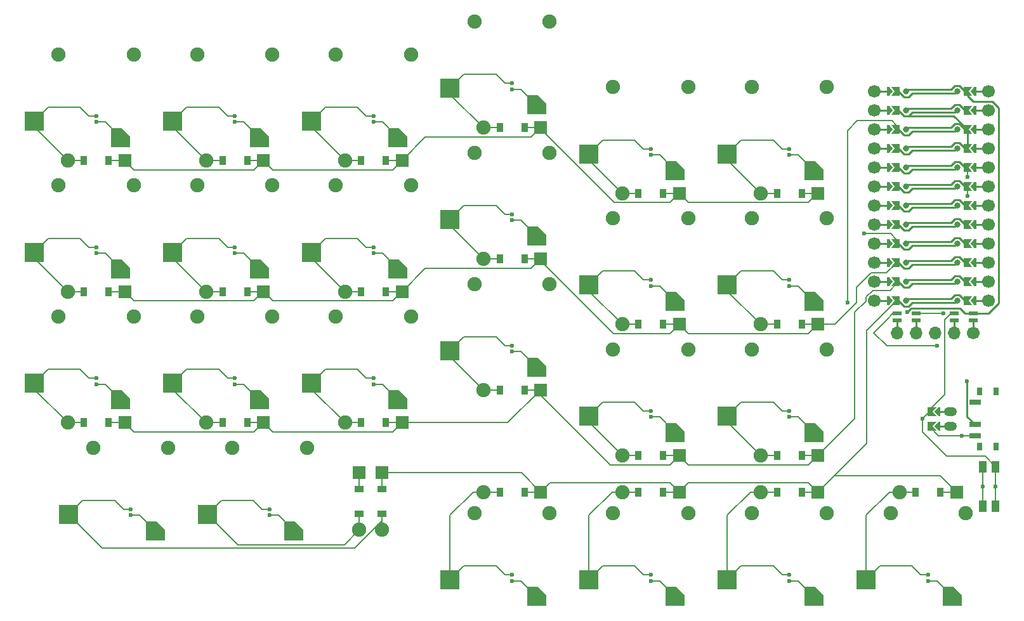
<source format=gbr>
%TF.GenerationSoftware,KiCad,Pcbnew,8.0.7*%
%TF.CreationDate,2025-01-06T08:36:51-06:00*%
%TF.ProjectId,omega_pcb_mbx_v0.3,6f6d6567-615f-4706-9362-5f6d62785f76,v1.0.0*%
%TF.SameCoordinates,Original*%
%TF.FileFunction,Copper,L2,Bot*%
%TF.FilePolarity,Positive*%
%FSLAX46Y46*%
G04 Gerber Fmt 4.6, Leading zero omitted, Abs format (unit mm)*
G04 Created by KiCad (PCBNEW 8.0.7) date 2025-01-06 08:36:51*
%MOMM*%
%LPD*%
G01*
G04 APERTURE LIST*
G04 Aperture macros list*
%AMOutline5P*
0 Free polygon, 5 corners , with rotation*
0 The origin of the aperture is its center*
0 number of corners: always 5*
0 $1 to $10 corner X, Y*
0 $11 Rotation angle, in degrees counterclockwise*
0 create outline with 5 corners*
4,1,5,$1,$2,$3,$4,$5,$6,$7,$8,$9,$10,$1,$2,$11*%
%AMOutline6P*
0 Free polygon, 6 corners , with rotation*
0 The origin of the aperture is its center*
0 number of corners: always 6*
0 $1 to $12 corner X, Y*
0 $13 Rotation angle, in degrees counterclockwise*
0 create outline with 6 corners*
4,1,6,$1,$2,$3,$4,$5,$6,$7,$8,$9,$10,$11,$12,$1,$2,$13*%
%AMOutline7P*
0 Free polygon, 7 corners , with rotation*
0 The origin of the aperture is its center*
0 number of corners: always 7*
0 $1 to $14 corner X, Y*
0 $15 Rotation angle, in degrees counterclockwise*
0 create outline with 7 corners*
4,1,7,$1,$2,$3,$4,$5,$6,$7,$8,$9,$10,$11,$12,$13,$14,$1,$2,$15*%
%AMOutline8P*
0 Free polygon, 8 corners , with rotation*
0 The origin of the aperture is its center*
0 number of corners: always 8*
0 $1 to $16 corner X, Y*
0 $17 Rotation angle, in degrees counterclockwise*
0 create outline with 8 corners*
4,1,8,$1,$2,$3,$4,$5,$6,$7,$8,$9,$10,$11,$12,$13,$14,$15,$16,$1,$2,$17*%
%AMFreePoly0*
4,1,6,0.250000,0.000000,-0.250000,-0.625000,-0.500000,-0.625000,-0.500000,0.625000,-0.250000,0.625000,0.250000,0.000000,0.250000,0.000000,$1*%
%AMFreePoly1*
4,1,6,0.500000,-0.625000,-0.650000,-0.625000,-0.150000,0.000000,-0.650000,0.625000,0.500000,0.625000,0.500000,-0.625000,0.500000,-0.625000,$1*%
%AMFreePoly2*
4,1,6,0.600000,-1.000000,0.000000,-0.400000,-0.600000,-1.000000,-0.600000,0.250000,0.600000,0.250000,0.600000,-1.000000,0.600000,-1.000000,$1*%
%AMFreePoly3*
4,1,6,0.600000,-0.200000,0.600000,-0.400000,-0.600000,-0.400000,-0.600000,-0.200000,0.000000,0.400000,0.600000,-0.200000,0.600000,-0.200000,$1*%
G04 Aperture macros list end*
%TA.AperFunction,ComponentPad*%
%ADD10R,1.778000X1.778000*%
%TD*%
%TA.AperFunction,SMDPad,CuDef*%
%ADD11R,0.900000X1.200000*%
%TD*%
%TA.AperFunction,ComponentPad*%
%ADD12C,1.905000*%
%TD*%
%TA.AperFunction,SMDPad,CuDef*%
%ADD13R,1.200000X0.900000*%
%TD*%
%TA.AperFunction,ComponentPad*%
%ADD14O,1.700000X1.700000*%
%TD*%
%TA.AperFunction,ComponentPad*%
%ADD15C,1.700000*%
%TD*%
%TA.AperFunction,SMDPad,CuDef*%
%ADD16R,1.200000X0.600000*%
%TD*%
%TA.AperFunction,ComponentPad*%
%ADD17C,1.900000*%
%TD*%
%TA.AperFunction,SMDPad,CuDef*%
%ADD18Outline5P,-1.300000X1.300000X1.300000X1.300000X1.300000X-1.300000X-0.117000X-1.300000X-1.300000X-0.117000X180.000000*%
%TD*%
%TA.AperFunction,SMDPad,CuDef*%
%ADD19R,2.600000X2.600000*%
%TD*%
%TA.AperFunction,SMDPad,CuDef*%
%ADD20R,1.000000X1.550000*%
%TD*%
%TA.AperFunction,SMDPad,CuDef*%
%ADD21FreePoly0,180.000000*%
%TD*%
%TA.AperFunction,SMDPad,CuDef*%
%ADD22FreePoly0,0.000000*%
%TD*%
%TA.AperFunction,SMDPad,CuDef*%
%ADD23FreePoly1,0.000000*%
%TD*%
%TA.AperFunction,ComponentPad*%
%ADD24C,0.800000*%
%TD*%
%TA.AperFunction,SMDPad,CuDef*%
%ADD25FreePoly1,180.000000*%
%TD*%
%TA.AperFunction,SMDPad,CuDef*%
%ADD26R,0.800000X1.000000*%
%TD*%
%TA.AperFunction,SMDPad,CuDef*%
%ADD27R,1.500000X0.700000*%
%TD*%
%TA.AperFunction,SMDPad,CuDef*%
%ADD28FreePoly2,90.000000*%
%TD*%
%TA.AperFunction,ComponentPad*%
%ADD29O,1.750000X1.200000*%
%TD*%
%TA.AperFunction,SMDPad,CuDef*%
%ADD30FreePoly3,90.000000*%
%TD*%
%TA.AperFunction,ViaPad*%
%ADD31C,0.600000*%
%TD*%
%TA.AperFunction,Conductor*%
%ADD32C,0.200000*%
%TD*%
%TA.AperFunction,Conductor*%
%ADD33C,0.250000*%
%TD*%
G04 APERTURE END LIST*
D10*
%TO.P,D4,1*%
%TO.N,P16*%
X62310000Y-89000000D03*
D11*
X60150000Y-89000000D03*
%TO.P,D4,2*%
%TO.N,pinky_bottom*%
X56850000Y-89000000D03*
D12*
X54690000Y-89000000D03*
%TD*%
D10*
%TO.P,D19,1*%
%TO.N,P10*%
X99310000Y-98250000D03*
D11*
X97150000Y-98250000D03*
%TO.P,D19,2*%
%TO.N,third_only*%
X93850000Y-98250000D03*
D12*
X91690000Y-98250000D03*
%TD*%
D10*
%TO.P,D18,1*%
%TO.N,P15*%
X136310000Y-58375000D03*
D11*
X134150000Y-58375000D03*
%TO.P,D18,2*%
%TO.N,inner_top*%
X130850000Y-58375000D03*
D12*
X128690000Y-58375000D03*
%TD*%
D10*
%TO.P,D10,1*%
%TO.N,P16*%
X99310000Y-84625000D03*
D11*
X97150000Y-84625000D03*
%TO.P,D10,2*%
%TO.N,middle_bottom*%
X93850000Y-84625000D03*
D12*
X91690000Y-84625000D03*
%TD*%
D10*
%TO.P,D8,1*%
%TO.N,P14*%
X80810000Y-71500000D03*
D11*
X78650000Y-71500000D03*
%TO.P,D8,2*%
%TO.N,ring_home*%
X75350000Y-71500000D03*
D12*
X73190000Y-71500000D03*
%TD*%
D10*
%TO.P,D21,1*%
%TO.N,P10*%
X136310000Y-98250000D03*
D11*
X134150000Y-98250000D03*
%TO.P,D21,2*%
%TO.N,fifth_only*%
X130850000Y-98250000D03*
D12*
X128690000Y-98250000D03*
%TD*%
D10*
%TO.P,D14,1*%
%TO.N,P14*%
X117810000Y-75875000D03*
D11*
X115650000Y-75875000D03*
%TO.P,D14,2*%
%TO.N,index_home*%
X112350000Y-75875000D03*
D12*
X110190000Y-75875000D03*
%TD*%
D10*
%TO.P,D15,1*%
%TO.N,P15*%
X117810000Y-58375000D03*
D11*
X115650000Y-58375000D03*
%TO.P,D15,2*%
%TO.N,index_top*%
X112350000Y-58375000D03*
D12*
X110190000Y-58375000D03*
%TD*%
D10*
%TO.P,D1,1*%
%TO.N,P16*%
X43810000Y-89000000D03*
D11*
X41650000Y-89000000D03*
%TO.P,D1,2*%
%TO.N,outer_bottom*%
X38350000Y-89000000D03*
D12*
X36190000Y-89000000D03*
%TD*%
D10*
%TO.P,D9,1*%
%TO.N,P15*%
X80810000Y-54000000D03*
D11*
X78650000Y-54000000D03*
%TO.P,D9,2*%
%TO.N,ring_top*%
X75350000Y-54000000D03*
D12*
X73190000Y-54000000D03*
%TD*%
D10*
%TO.P,D12,1*%
%TO.N,P15*%
X99310000Y-49625000D03*
D11*
X97150000Y-49625000D03*
%TO.P,D12,2*%
%TO.N,middle_top*%
X93850000Y-49625000D03*
D12*
X91690000Y-49625000D03*
%TD*%
D10*
%TO.P,D20,1*%
%TO.N,P10*%
X117810000Y-98250000D03*
D11*
X115650000Y-98250000D03*
%TO.P,D20,2*%
%TO.N,fourth_only*%
X112350000Y-98250000D03*
D12*
X110190000Y-98250000D03*
%TD*%
D10*
%TO.P,D16,1*%
%TO.N,P16*%
X136310000Y-93375000D03*
D11*
X134150000Y-93375000D03*
%TO.P,D16,2*%
%TO.N,inner_bottom*%
X130850000Y-93375000D03*
D12*
X128690000Y-93375000D03*
%TD*%
D10*
%TO.P,D5,1*%
%TO.N,P14*%
X62310000Y-71500000D03*
D11*
X60150000Y-71500000D03*
%TO.P,D5,2*%
%TO.N,pinky_home*%
X56850000Y-71500000D03*
D12*
X54690000Y-71500000D03*
%TD*%
D10*
%TO.P,D7,1*%
%TO.N,P16*%
X80810000Y-89000000D03*
D11*
X78650000Y-89000000D03*
%TO.P,D7,2*%
%TO.N,ring_bottom*%
X75350000Y-89000000D03*
D12*
X73190000Y-89000000D03*
%TD*%
D10*
%TO.P,D22,1*%
%TO.N,P10*%
X154810000Y-98250000D03*
D11*
X152650000Y-98250000D03*
%TO.P,D22,2*%
%TO.N,sixth_only*%
X149350000Y-98250000D03*
D12*
X147190000Y-98250000D03*
%TD*%
D10*
%TO.P,D24,1*%
%TO.N,P10*%
X75125000Y-95690000D03*
D13*
X75125000Y-97850000D03*
%TO.P,D24,2*%
%TO.N,second_only*%
X75125000Y-101150000D03*
D12*
X75125000Y-103310000D03*
%TD*%
D10*
%TO.P,D23,1*%
%TO.N,P10*%
X78125000Y-95690000D03*
D13*
X78125000Y-97850000D03*
%TO.P,D23,2*%
%TO.N,first_only*%
X78125000Y-101150000D03*
D12*
X78125000Y-103310000D03*
%TD*%
D10*
%TO.P,D3,1*%
%TO.N,P15*%
X43810000Y-54000000D03*
D11*
X41650000Y-54000000D03*
%TO.P,D3,2*%
%TO.N,outer_top*%
X38350000Y-54000000D03*
D12*
X36190000Y-54000000D03*
%TD*%
D10*
%TO.P,D17,1*%
%TO.N,P14*%
X136310000Y-75875000D03*
D11*
X134150000Y-75875000D03*
%TO.P,D17,2*%
%TO.N,inner_home*%
X130850000Y-75875000D03*
D12*
X128690000Y-75875000D03*
%TD*%
D14*
%TO.P,DISP1,1*%
%TO.N,DISP1_1*%
X146920000Y-77075000D03*
%TO.P,DISP1,2*%
%TO.N,DISP1_2*%
X149460000Y-77075000D03*
%TO.P,DISP1,3*%
%TO.N,VCC*%
X152000000Y-77075000D03*
%TO.P,DISP1,4*%
%TO.N,DISP1_4*%
X154540000Y-77075000D03*
D15*
%TO.P,DISP1,5*%
%TO.N,DISP1_5*%
X157080000Y-77075000D03*
D16*
%TO.P,DISP1,20*%
X157080000Y-75325000D03*
%TO.P,DISP1,21*%
%TO.N,DISP1_4*%
X154540000Y-75325000D03*
%TO.P,DISP1,22*%
%TO.N,DISP1_2*%
X149460000Y-75325000D03*
%TO.P,DISP1,23*%
%TO.N,DISP1_1*%
X146920000Y-75325000D03*
%TO.P,DISP1,24*%
%TO.N,P1*%
X157080000Y-74425000D03*
%TO.P,DISP1,25*%
%TO.N,GND*%
X154540000Y-74425000D03*
%TO.P,DISP1,26*%
%TO.N,P3*%
X149460000Y-74425000D03*
%TO.P,DISP1,27*%
%TO.N,P2*%
X146920000Y-74425000D03*
%TD*%
D10*
%TO.P,D6,1*%
%TO.N,P15*%
X62310000Y-54000000D03*
D11*
X60150000Y-54000000D03*
%TO.P,D6,2*%
%TO.N,pinky_top*%
X56850000Y-54000000D03*
D12*
X54690000Y-54000000D03*
%TD*%
D10*
%TO.P,D13,1*%
%TO.N,P16*%
X117810000Y-93375000D03*
D11*
X115650000Y-93375000D03*
%TO.P,D13,2*%
%TO.N,index_bottom*%
X112350000Y-93375000D03*
D12*
X110190000Y-93375000D03*
%TD*%
D10*
%TO.P,D2,1*%
%TO.N,P14*%
X43810000Y-71500000D03*
D11*
X41650000Y-71500000D03*
%TO.P,D2,2*%
%TO.N,outer_home*%
X38350000Y-71500000D03*
D12*
X36190000Y-71500000D03*
%TD*%
D10*
%TO.P,D11,1*%
%TO.N,P14*%
X99310000Y-67125000D03*
D11*
X97150000Y-67125000D03*
%TO.P,D11,2*%
%TO.N,middle_home*%
X93850000Y-67125000D03*
D12*
X91690000Y-67125000D03*
%TD*%
D17*
%TO.P,S7,*%
%TO.N,*%
X82000000Y-74850000D03*
X72000000Y-74850000D03*
D18*
%TO.P,S7,1*%
%TO.N,P7*%
X80275000Y-85950000D03*
D19*
%TO.P,S7,2*%
%TO.N,ring_bottom*%
X68725000Y-83750000D03*
%TD*%
D17*
%TO.P,S14,*%
%TO.N,*%
X119000000Y-61725000D03*
X109000000Y-61725000D03*
D18*
%TO.P,S14,1*%
%TO.N,P5*%
X117275000Y-72825000D03*
D19*
%TO.P,S14,2*%
%TO.N,index_home*%
X105725000Y-70625000D03*
%TD*%
D20*
%TO.P,RST1,1*%
%TO.N,GND*%
X160000000Y-94875000D03*
%TO.P,RST1,2*%
%TO.N,RST*%
X158300000Y-94875000D03*
%TO.P,RST1,3*%
%TO.N,GND*%
X160000000Y-100125000D03*
%TO.P,RST1,4*%
%TO.N,RST*%
X158300000Y-100125000D03*
%TD*%
D17*
%TO.P,S4,*%
%TO.N,*%
X63500000Y-74850000D03*
X53500000Y-74850000D03*
D18*
%TO.P,S4,1*%
%TO.N,P8*%
X61775000Y-85950000D03*
D19*
%TO.P,S4,2*%
%TO.N,pinky_bottom*%
X50225000Y-83750000D03*
%TD*%
D17*
%TO.P,S13,*%
%TO.N,*%
X119000000Y-79225000D03*
X109000000Y-79225000D03*
D18*
%TO.P,S13,1*%
%TO.N,P5*%
X117275000Y-90325000D03*
D19*
%TO.P,S13,2*%
%TO.N,index_bottom*%
X105725000Y-88125000D03*
%TD*%
D17*
%TO.P,S6,*%
%TO.N,*%
X63500000Y-39850000D03*
X53500000Y-39850000D03*
D18*
%TO.P,S6,1*%
%TO.N,P8*%
X61775000Y-50950000D03*
D19*
%TO.P,S6,2*%
%TO.N,pinky_top*%
X50225000Y-48750000D03*
%TD*%
D21*
%TO.P,MCU1,1*%
%TO.N,MCU1_1*%
X157000000Y-44775000D03*
D15*
X159120000Y-44775000D03*
D21*
%TO.P,MCU1,2*%
%TO.N,MCU1_2*%
X157000000Y-47315000D03*
D15*
X159120000Y-47315000D03*
D21*
%TO.P,MCU1,3*%
%TO.N,MCU1_3*%
X157000000Y-49855000D03*
D15*
X159120000Y-49855000D03*
D21*
%TO.P,MCU1,4*%
%TO.N,MCU1_4*%
X157000000Y-52395000D03*
D15*
X159120000Y-52395000D03*
D21*
%TO.P,MCU1,5*%
%TO.N,MCU1_5*%
X157000000Y-54935000D03*
D15*
X159120000Y-54935000D03*
D21*
%TO.P,MCU1,6*%
%TO.N,MCU1_6*%
X157000000Y-57475000D03*
D15*
X159120000Y-57475000D03*
D21*
%TO.P,MCU1,7*%
%TO.N,MCU1_7*%
X157000000Y-60015000D03*
D15*
X159120000Y-60015000D03*
D21*
%TO.P,MCU1,8*%
%TO.N,MCU1_8*%
X157000000Y-62555000D03*
D15*
X159120000Y-62555000D03*
D21*
%TO.P,MCU1,9*%
%TO.N,MCU1_9*%
X157000000Y-65095000D03*
D15*
X159120000Y-65095000D03*
D21*
%TO.P,MCU1,10*%
%TO.N,MCU1_10*%
X157000000Y-67635000D03*
D15*
X159120000Y-67635000D03*
D21*
%TO.P,MCU1,11*%
%TO.N,MCU1_11*%
X157000000Y-70175000D03*
D15*
X159120000Y-70175000D03*
D21*
%TO.P,MCU1,12*%
%TO.N,MCU1_12*%
X157000000Y-72715000D03*
D15*
X159120000Y-72715000D03*
%TO.P,MCU1,13*%
%TO.N,MCU1_13*%
X143880000Y-72715000D03*
D22*
X146000000Y-72715000D03*
D15*
%TO.P,MCU1,14*%
%TO.N,MCU1_14*%
X143880000Y-70175000D03*
D22*
X146000000Y-70175000D03*
D15*
%TO.P,MCU1,15*%
%TO.N,MCU1_15*%
X143880000Y-67635000D03*
D22*
X146000000Y-67635000D03*
D15*
%TO.P,MCU1,16*%
%TO.N,MCU1_16*%
X143880000Y-65095000D03*
D22*
X146000000Y-65095000D03*
D15*
%TO.P,MCU1,17*%
%TO.N,MCU1_17*%
X143880000Y-62555000D03*
D22*
X146000000Y-62555000D03*
D15*
%TO.P,MCU1,18*%
%TO.N,MCU1_18*%
X143880000Y-60015000D03*
D22*
X146000000Y-60015000D03*
D15*
%TO.P,MCU1,19*%
%TO.N,MCU1_19*%
X143880000Y-57475000D03*
D22*
X146000000Y-57475000D03*
D15*
%TO.P,MCU1,20*%
%TO.N,MCU1_20*%
X143880000Y-54935000D03*
D22*
X146000000Y-54935000D03*
D15*
%TO.P,MCU1,21*%
%TO.N,MCU1_21*%
X143880000Y-52395000D03*
D22*
X146000000Y-52395000D03*
D15*
%TO.P,MCU1,22*%
%TO.N,MCU1_22*%
X143880000Y-49855000D03*
D22*
X146000000Y-49855000D03*
D15*
%TO.P,MCU1,23*%
%TO.N,MCU1_23*%
X143880000Y-47315000D03*
D22*
X146000000Y-47315000D03*
D15*
%TO.P,MCU1,24*%
%TO.N,MCU1_24*%
X143880000Y-44775000D03*
D22*
X146000000Y-44775000D03*
D23*
%TO.P,MCU1,101*%
%TO.N,RAW*%
X146725000Y-44775000D03*
D24*
X154900000Y-44775000D03*
D23*
%TO.P,MCU1,102*%
%TO.N,GND*%
X146725000Y-47315000D03*
D24*
X154900000Y-47315000D03*
D23*
%TO.P,MCU1,103*%
%TO.N,RST*%
X146725000Y-49855000D03*
D24*
X154900000Y-49855000D03*
D23*
%TO.P,MCU1,104*%
%TO.N,VCC*%
X146725000Y-52395000D03*
D24*
X154900000Y-52395000D03*
D23*
%TO.P,MCU1,105*%
%TO.N,P21*%
X146725000Y-54935000D03*
D24*
X154900000Y-54935000D03*
D23*
%TO.P,MCU1,106*%
%TO.N,P20*%
X146725000Y-57475000D03*
D24*
X154900000Y-57475000D03*
D23*
%TO.P,MCU1,107*%
%TO.N,P19*%
X146725000Y-60015000D03*
D24*
X154900000Y-60015000D03*
D23*
%TO.P,MCU1,108*%
%TO.N,P18*%
X146725000Y-62555000D03*
D24*
X154900000Y-62555000D03*
D23*
%TO.P,MCU1,109*%
%TO.N,P15*%
X146725000Y-65095000D03*
D24*
X154900000Y-65095000D03*
D23*
%TO.P,MCU1,110*%
%TO.N,P14*%
X146725000Y-67635000D03*
D24*
X154900000Y-67635000D03*
D23*
%TO.P,MCU1,111*%
%TO.N,P16*%
X146725000Y-70175000D03*
D24*
X154900000Y-70175000D03*
D23*
%TO.P,MCU1,112*%
%TO.N,P10*%
X146725000Y-72715000D03*
D24*
X154900000Y-72715000D03*
%TO.P,MCU1,113*%
%TO.N,P9*%
X148100000Y-72715000D03*
D25*
X156275000Y-72715000D03*
D24*
%TO.P,MCU1,114*%
%TO.N,P8*%
X148100000Y-70175000D03*
D25*
X156275000Y-70175000D03*
D24*
%TO.P,MCU1,115*%
%TO.N,P7*%
X148100000Y-67635000D03*
D25*
X156275000Y-67635000D03*
D24*
%TO.P,MCU1,116*%
%TO.N,P6*%
X148100000Y-65095000D03*
D25*
X156275000Y-65095000D03*
D24*
%TO.P,MCU1,117*%
%TO.N,P5*%
X148100000Y-62555000D03*
D25*
X156275000Y-62555000D03*
D24*
%TO.P,MCU1,118*%
%TO.N,P4*%
X148100000Y-60015000D03*
D25*
X156275000Y-60015000D03*
D24*
%TO.P,MCU1,119*%
%TO.N,P3*%
X148100000Y-57475000D03*
D25*
X156275000Y-57475000D03*
D24*
%TO.P,MCU1,120*%
%TO.N,P2*%
X148100000Y-54935000D03*
D25*
X156275000Y-54935000D03*
D24*
%TO.P,MCU1,121*%
%TO.N,GND*%
X148100000Y-52395000D03*
D25*
X156275000Y-52395000D03*
D24*
%TO.P,MCU1,122*%
X148100000Y-49855000D03*
D25*
X156275000Y-49855000D03*
D24*
%TO.P,MCU1,123*%
%TO.N,P0*%
X148100000Y-47315000D03*
D25*
X156275000Y-47315000D03*
D24*
%TO.P,MCU1,124*%
%TO.N,P1*%
X148100000Y-44775000D03*
D25*
X156275000Y-44775000D03*
%TD*%
D17*
%TO.P,S21,*%
%TO.N,*%
X100500000Y-101100000D03*
X90500000Y-101100000D03*
D18*
%TO.P,S21,1*%
%TO.N,P7*%
X98775000Y-112200000D03*
D19*
%TO.P,S21,2*%
%TO.N,third_only*%
X87225000Y-110000000D03*
%TD*%
D17*
%TO.P,S8,*%
%TO.N,*%
X82000000Y-57350000D03*
X72000000Y-57350000D03*
D18*
%TO.P,S8,1*%
%TO.N,P7*%
X80275000Y-68450000D03*
D19*
%TO.P,S8,2*%
%TO.N,ring_home*%
X68725000Y-66250000D03*
%TD*%
D17*
%TO.P,S16,*%
%TO.N,*%
X137500000Y-79225000D03*
X127500000Y-79225000D03*
D18*
%TO.P,S16,1*%
%TO.N,P4*%
X135775000Y-90325000D03*
D19*
%TO.P,S16,2*%
%TO.N,inner_bottom*%
X124225000Y-88125000D03*
%TD*%
D17*
%TO.P,S9,*%
%TO.N,*%
X82000000Y-39850000D03*
X72000000Y-39850000D03*
D18*
%TO.P,S9,1*%
%TO.N,P7*%
X80275000Y-50950000D03*
D19*
%TO.P,S9,2*%
%TO.N,ring_top*%
X68725000Y-48750000D03*
%TD*%
D17*
%TO.P,S18,*%
%TO.N,*%
X137500000Y-44225000D03*
X127500000Y-44225000D03*
D18*
%TO.P,S18,1*%
%TO.N,P4*%
X135775000Y-55325000D03*
D19*
%TO.P,S18,2*%
%TO.N,inner_top*%
X124225000Y-53125000D03*
%TD*%
D17*
%TO.P,S20,*%
%TO.N,*%
X68125000Y-92350000D03*
X58125000Y-92350000D03*
D18*
%TO.P,S20,1*%
%TO.N,P8*%
X66400000Y-103450000D03*
D19*
%TO.P,S20,2*%
%TO.N,second_only*%
X54850000Y-101250000D03*
%TD*%
D17*
%TO.P,S11,*%
%TO.N,*%
X100500000Y-52975000D03*
X90500000Y-52975000D03*
D18*
%TO.P,S11,1*%
%TO.N,P6*%
X98775000Y-64075000D03*
D19*
%TO.P,S11,2*%
%TO.N,middle_home*%
X87225000Y-61875000D03*
%TD*%
D17*
%TO.P,S3,*%
%TO.N,*%
X45000000Y-39850000D03*
X35000000Y-39850000D03*
D18*
%TO.P,S3,1*%
%TO.N,P9*%
X43275000Y-50950000D03*
D19*
%TO.P,S3,2*%
%TO.N,outer_top*%
X31725000Y-48750000D03*
%TD*%
D17*
%TO.P,S15,*%
%TO.N,*%
X119000000Y-44225000D03*
X109000000Y-44225000D03*
D18*
%TO.P,S15,1*%
%TO.N,P5*%
X117275000Y-55325000D03*
D19*
%TO.P,S15,2*%
%TO.N,index_top*%
X105725000Y-53125000D03*
%TD*%
D17*
%TO.P,S1,*%
%TO.N,*%
X45000000Y-74850000D03*
X35000000Y-74850000D03*
D18*
%TO.P,S1,1*%
%TO.N,P9*%
X43275000Y-85950000D03*
D19*
%TO.P,S1,2*%
%TO.N,outer_bottom*%
X31725000Y-83750000D03*
%TD*%
D17*
%TO.P,S2,*%
%TO.N,*%
X45000000Y-57350000D03*
X35000000Y-57350000D03*
D18*
%TO.P,S2,1*%
%TO.N,P9*%
X43275000Y-68450000D03*
D19*
%TO.P,S2,2*%
%TO.N,outer_home*%
X31725000Y-66250000D03*
%TD*%
D17*
%TO.P,S24,*%
%TO.N,*%
X156000000Y-101100000D03*
X146000000Y-101100000D03*
D18*
%TO.P,S24,1*%
%TO.N,P4*%
X154275000Y-112200000D03*
D19*
%TO.P,S24,2*%
%TO.N,sixth_only*%
X142725000Y-110000000D03*
%TD*%
D17*
%TO.P,S10,*%
%TO.N,*%
X100500000Y-70475000D03*
X90500000Y-70475000D03*
D18*
%TO.P,S10,1*%
%TO.N,P6*%
X98775000Y-81575000D03*
D19*
%TO.P,S10,2*%
%TO.N,middle_bottom*%
X87225000Y-79375000D03*
%TD*%
D17*
%TO.P,S19,*%
%TO.N,*%
X49625000Y-92350000D03*
X39625000Y-92350000D03*
D18*
%TO.P,S19,1*%
%TO.N,P9*%
X47900000Y-103450000D03*
D19*
%TO.P,S19,2*%
%TO.N,first_only*%
X36350000Y-101250000D03*
%TD*%
D17*
%TO.P,S17,*%
%TO.N,*%
X137500000Y-61725000D03*
X127500000Y-61725000D03*
D18*
%TO.P,S17,1*%
%TO.N,P4*%
X135775000Y-72825000D03*
D19*
%TO.P,S17,2*%
%TO.N,inner_home*%
X124225000Y-70625000D03*
%TD*%
D26*
%TO.P,PWR1,*%
%TO.N,*%
X157915000Y-84850000D03*
X157915000Y-92150000D03*
X160125000Y-84850000D03*
X160125000Y-92150000D03*
D27*
%TO.P,PWR1,1*%
%TO.N,N/C*%
X157265000Y-86250000D03*
%TO.P,PWR1,2*%
%TO.N,RAW*%
X157265000Y-89250000D03*
%TO.P,PWR1,3*%
%TO.N,BAT_P*%
X157265000Y-90750000D03*
%TD*%
D17*
%TO.P,S23,*%
%TO.N,*%
X137500000Y-101100000D03*
X127500000Y-101100000D03*
D18*
%TO.P,S23,1*%
%TO.N,P5*%
X135775000Y-112200000D03*
D19*
%TO.P,S23,2*%
%TO.N,fifth_only*%
X124225000Y-110000000D03*
%TD*%
D17*
%TO.P,S22,*%
%TO.N,*%
X119000000Y-101100000D03*
X109000000Y-101100000D03*
D18*
%TO.P,S22,1*%
%TO.N,P6*%
X117275000Y-112200000D03*
D19*
%TO.P,S22,2*%
%TO.N,fourth_only*%
X105725000Y-110000000D03*
%TD*%
D28*
%TO.P,JST1,1*%
%TO.N,BAT_P*%
X151184000Y-89500000D03*
%TO.P,JST1,2*%
%TO.N,GND*%
X151184000Y-87500000D03*
D29*
%TO.P,JST1,11*%
%TO.N,JST1_1*%
X154000000Y-87500000D03*
%TO.P,JST1,12*%
%TO.N,JST1_2*%
X154000000Y-89500000D03*
D30*
%TO.P,JST1,31*%
%TO.N,JST1_1*%
X152200000Y-87500000D03*
%TO.P,JST1,32*%
%TO.N,JST1_2*%
X152200000Y-89500000D03*
%TD*%
D17*
%TO.P,S12,*%
%TO.N,*%
X100500000Y-35475000D03*
X90500000Y-35475000D03*
D18*
%TO.P,S12,1*%
%TO.N,P6*%
X98775000Y-46575000D03*
D19*
%TO.P,S12,2*%
%TO.N,middle_top*%
X87225000Y-44375000D03*
%TD*%
D17*
%TO.P,S5,*%
%TO.N,*%
X63500000Y-57350000D03*
X53500000Y-57350000D03*
D18*
%TO.P,S5,1*%
%TO.N,P8*%
X61775000Y-68450000D03*
D19*
%TO.P,S5,2*%
%TO.N,pinky_home*%
X50225000Y-66250000D03*
%TD*%
D31*
%TO.N,P15*%
X142500000Y-63750000D03*
%TO.N,P9*%
X40000000Y-66375000D03*
X40000000Y-48875000D03*
X40000000Y-83875000D03*
X44625000Y-101375000D03*
%TO.N,outer_bottom*%
X40000000Y-83075000D03*
%TO.N,GND*%
X150250000Y-88500000D03*
X160000000Y-97500000D03*
%TO.N,outer_home*%
X40000000Y-65575000D03*
%TO.N,outer_top*%
X40000000Y-48075000D03*
%TO.N,P8*%
X63125000Y-101375000D03*
X58500000Y-48875000D03*
X58500000Y-66375000D03*
X58500000Y-83875000D03*
%TO.N,pinky_bottom*%
X58500000Y-83075000D03*
%TO.N,pinky_home*%
X58500000Y-65575000D03*
%TO.N,pinky_top*%
X58500000Y-48075000D03*
%TO.N,P7*%
X77000000Y-66375000D03*
X95500000Y-110125000D03*
X77000000Y-83875000D03*
X77000000Y-48875000D03*
%TO.N,ring_bottom*%
X77000000Y-83075000D03*
%TO.N,ring_home*%
X77000000Y-65575000D03*
%TO.N,ring_top*%
X77000000Y-48075000D03*
%TO.N,P6*%
X114000000Y-110125000D03*
X95500000Y-62000000D03*
X95500000Y-79500000D03*
X95500000Y-44500000D03*
%TO.N,middle_bottom*%
X95500000Y-78700000D03*
%TO.N,middle_home*%
X95500000Y-61200000D03*
%TO.N,middle_top*%
X95500000Y-43700000D03*
%TO.N,P5*%
X114000000Y-53250000D03*
X114000000Y-88250000D03*
X114000000Y-70750000D03*
X132500000Y-110125000D03*
%TO.N,index_bottom*%
X114000000Y-87450000D03*
%TO.N,index_home*%
X114000000Y-69950000D03*
%TO.N,index_top*%
X114000000Y-52450000D03*
%TO.N,P4*%
X132500000Y-53250000D03*
X132500000Y-88250000D03*
X151000000Y-110125000D03*
X132500000Y-70750000D03*
%TO.N,inner_bottom*%
X132500000Y-87450000D03*
%TO.N,inner_home*%
X132500000Y-69950000D03*
%TO.N,inner_top*%
X132500000Y-52450000D03*
%TO.N,first_only*%
X44625000Y-100575000D03*
%TO.N,second_only*%
X63125000Y-100575000D03*
%TO.N,third_only*%
X95500000Y-109325000D03*
%TO.N,fourth_only*%
X114000000Y-109325000D03*
%TO.N,fifth_only*%
X132500000Y-109325000D03*
%TO.N,sixth_only*%
X151000000Y-109325000D03*
%TO.N,RAW*%
X156190000Y-83500000D03*
%TO.N,RST*%
X158300000Y-97500000D03*
X140250000Y-73000000D03*
%TO.N,P1*%
X148250000Y-74250000D03*
%TO.N,P2*%
X152250000Y-78750000D03*
X156250000Y-56250000D03*
%TO.N,P3*%
X153100000Y-74425000D03*
X156250000Y-58750000D03*
%TO.N,BAT_P*%
X155500000Y-90750000D03*
%TD*%
D32*
%TO.N,P15*%
X142500000Y-63750000D02*
X146010000Y-63750000D01*
X146010000Y-63750000D02*
X146725000Y-64465000D01*
X146725000Y-64465000D02*
X146725000Y-65095000D01*
%TO.N,RST*%
X146725000Y-49855000D02*
X146725000Y-49225000D01*
X146205000Y-48705000D02*
X141545000Y-48705000D01*
X146725000Y-49225000D02*
X146205000Y-48705000D01*
X141545000Y-48705000D02*
X140250000Y-50000000D01*
X140250000Y-50000000D02*
X140250000Y-73000000D01*
%TO.N,P9*%
X43275000Y-68450000D02*
X41200000Y-66375000D01*
X41200000Y-83875000D02*
X40000000Y-83875000D01*
X41200000Y-66375000D02*
X40000000Y-66375000D01*
D33*
X154094695Y-72495000D02*
X148320000Y-72495000D01*
D32*
X43275000Y-50950000D02*
X41200000Y-48875000D01*
X43275000Y-85950000D02*
X41200000Y-83875000D01*
D33*
X156275000Y-72715000D02*
X155925305Y-72715000D01*
X154599695Y-71990000D02*
X154094695Y-72495000D01*
D32*
X41200000Y-48875000D02*
X40000000Y-48875000D01*
X45825000Y-101375000D02*
X44625000Y-101375000D01*
D33*
X155925305Y-72715000D02*
X155200305Y-71990000D01*
D32*
X47900000Y-103450000D02*
X45825000Y-101375000D01*
D33*
X155200305Y-71990000D02*
X154599695Y-71990000D01*
D32*
%TO.N,outer_bottom*%
X31725000Y-83750000D02*
X31725000Y-84535000D01*
X31725000Y-84535000D02*
X36190000Y-89000000D01*
X36190000Y-89000000D02*
X38350000Y-89000000D01*
X39038834Y-83075000D02*
X40000000Y-83075000D01*
X33579000Y-81896000D02*
X37859834Y-81896000D01*
X37859834Y-81896000D02*
X39038834Y-83075000D01*
X31725000Y-83750000D02*
X33579000Y-81896000D01*
D33*
%TO.N,GND*%
X155925305Y-49855000D02*
X155200305Y-49130000D01*
X154599695Y-49130000D02*
X154094695Y-49635000D01*
X147074695Y-47315000D02*
X147799695Y-48040000D01*
X155925305Y-52395000D02*
X155200305Y-51670000D01*
D32*
X150250000Y-88500000D02*
X150250000Y-88434000D01*
X150250000Y-88500000D02*
X150250000Y-90250000D01*
X150250000Y-90250000D02*
X153500000Y-93500000D01*
D33*
X156275000Y-49855000D02*
X154460000Y-48040000D01*
D32*
X154075000Y-74425000D02*
X153250000Y-75250000D01*
X160000000Y-100125000D02*
X160000000Y-94875000D01*
X153500000Y-93500000D02*
X158625000Y-93500000D01*
D33*
X155200305Y-49130000D02*
X154599695Y-49130000D01*
X156275000Y-52395000D02*
X155925305Y-52395000D01*
D32*
X158625000Y-93500000D02*
X160000000Y-94875000D01*
X150250000Y-88434000D02*
X151184000Y-87500000D01*
D33*
X154094695Y-49635000D02*
X148320000Y-49635000D01*
X147799695Y-48040000D02*
X148400305Y-48040000D01*
X146725000Y-47315000D02*
X147074695Y-47315000D01*
X154094695Y-52175000D02*
X148320000Y-52175000D01*
X156275000Y-49855000D02*
X156275000Y-52395000D01*
X156275000Y-49855000D02*
X155925305Y-49855000D01*
D32*
X153250000Y-85250000D02*
X151184000Y-87316000D01*
X154540000Y-74425000D02*
X154075000Y-74425000D01*
X153250000Y-75250000D02*
X153250000Y-85250000D01*
D33*
X154460000Y-48040000D02*
X148400305Y-48040000D01*
X154599695Y-51670000D02*
X154094695Y-52175000D01*
X148895305Y-47545000D02*
X154670000Y-47545000D01*
X155200305Y-51670000D02*
X154599695Y-51670000D01*
X148400305Y-48040000D02*
X148895305Y-47545000D01*
D32*
X151184000Y-87316000D02*
X151184000Y-87500000D01*
%TO.N,outer_home*%
X33579000Y-64396000D02*
X37859834Y-64396000D01*
X31725000Y-66250000D02*
X31725000Y-67035000D01*
X31725000Y-67035000D02*
X36190000Y-71500000D01*
X31725000Y-66250000D02*
X33579000Y-64396000D01*
X37859834Y-64396000D02*
X39038834Y-65575000D01*
X39038834Y-65575000D02*
X40000000Y-65575000D01*
X36190000Y-71500000D02*
X38350000Y-71500000D01*
%TO.N,outer_top*%
X33579000Y-46896000D02*
X37859834Y-46896000D01*
X39038834Y-48075000D02*
X40000000Y-48075000D01*
X37859834Y-46896000D02*
X39038834Y-48075000D01*
X31725000Y-48750000D02*
X33579000Y-46896000D01*
X31725000Y-48750000D02*
X31725000Y-49535000D01*
X31725000Y-49535000D02*
X36190000Y-54000000D01*
X36190000Y-54000000D02*
X38350000Y-54000000D01*
%TO.N,P8*%
X61775000Y-85950000D02*
X59700000Y-83875000D01*
X61775000Y-50950000D02*
X59700000Y-48875000D01*
D33*
X155200305Y-69450000D02*
X154599695Y-69450000D01*
D32*
X59700000Y-66375000D02*
X58500000Y-66375000D01*
D33*
X154094695Y-69955000D02*
X148320000Y-69955000D01*
D32*
X61775000Y-68450000D02*
X59700000Y-66375000D01*
X59700000Y-48875000D02*
X58500000Y-48875000D01*
D33*
X154599695Y-69450000D02*
X154094695Y-69955000D01*
D32*
X59700000Y-83875000D02*
X58500000Y-83875000D01*
D33*
X155925305Y-70175000D02*
X155200305Y-69450000D01*
D32*
X64325000Y-101375000D02*
X63125000Y-101375000D01*
X66400000Y-103450000D02*
X64325000Y-101375000D01*
D33*
X156275000Y-70175000D02*
X155925305Y-70175000D01*
D32*
%TO.N,pinky_bottom*%
X56359834Y-81896000D02*
X57538834Y-83075000D01*
X57538834Y-83075000D02*
X58500000Y-83075000D01*
X50225000Y-83750000D02*
X52079000Y-81896000D01*
X52079000Y-81896000D02*
X56359834Y-81896000D01*
X50225000Y-83750000D02*
X50225000Y-84535000D01*
X54690000Y-89000000D02*
X56850000Y-89000000D01*
X50225000Y-84535000D02*
X54690000Y-89000000D01*
%TO.N,pinky_home*%
X50225000Y-66250000D02*
X52079000Y-64396000D01*
X56359834Y-64396000D02*
X57538834Y-65575000D01*
X50225000Y-66250000D02*
X50225000Y-67035000D01*
X54690000Y-71500000D02*
X56850000Y-71500000D01*
X52079000Y-64396000D02*
X56359834Y-64396000D01*
X57538834Y-65575000D02*
X58500000Y-65575000D01*
X50225000Y-67035000D02*
X54690000Y-71500000D01*
%TO.N,pinky_top*%
X50225000Y-49535000D02*
X54690000Y-54000000D01*
X56359834Y-46896000D02*
X57538834Y-48075000D01*
X50225000Y-48750000D02*
X52079000Y-46896000D01*
X50225000Y-48750000D02*
X50225000Y-49535000D01*
X54690000Y-54000000D02*
X56850000Y-54000000D01*
X57538834Y-48075000D02*
X58500000Y-48075000D01*
X52079000Y-46896000D02*
X56359834Y-46896000D01*
%TO.N,P7*%
X98775000Y-112200000D02*
X96700000Y-110125000D01*
X80275000Y-68450000D02*
X78200000Y-66375000D01*
D33*
X154094695Y-67415000D02*
X148320000Y-67415000D01*
D32*
X80275000Y-50950000D02*
X78200000Y-48875000D01*
X80275000Y-85950000D02*
X78200000Y-83875000D01*
X78200000Y-66375000D02*
X77000000Y-66375000D01*
D33*
X155925305Y-67635000D02*
X155200305Y-66910000D01*
X155200305Y-66910000D02*
X154599695Y-66910000D01*
D32*
X78200000Y-83875000D02*
X77000000Y-83875000D01*
X96700000Y-110125000D02*
X95500000Y-110125000D01*
X78200000Y-48875000D02*
X77000000Y-48875000D01*
D33*
X156275000Y-67635000D02*
X155925305Y-67635000D01*
X154599695Y-66910000D02*
X154094695Y-67415000D01*
D32*
%TO.N,ring_bottom*%
X68725000Y-84535000D02*
X73190000Y-89000000D01*
X76038834Y-83075000D02*
X77000000Y-83075000D01*
X68725000Y-83750000D02*
X68725000Y-84535000D01*
X70579000Y-81896000D02*
X74859834Y-81896000D01*
X74859834Y-81896000D02*
X76038834Y-83075000D01*
X68725000Y-83750000D02*
X70579000Y-81896000D01*
X73190000Y-89000000D02*
X75350000Y-89000000D01*
%TO.N,ring_home*%
X76038834Y-65575000D02*
X77000000Y-65575000D01*
X73190000Y-71500000D02*
X75350000Y-71500000D01*
X74859834Y-64396000D02*
X76038834Y-65575000D01*
X68725000Y-66250000D02*
X68725000Y-67035000D01*
X70579000Y-64396000D02*
X74859834Y-64396000D01*
X68725000Y-67035000D02*
X73190000Y-71500000D01*
X68725000Y-66250000D02*
X70579000Y-64396000D01*
%TO.N,ring_top*%
X68725000Y-49535000D02*
X73190000Y-54000000D01*
X70579000Y-46896000D02*
X74859834Y-46896000D01*
X68725000Y-48750000D02*
X70579000Y-46896000D01*
X76038834Y-48075000D02*
X77000000Y-48075000D01*
X68725000Y-48750000D02*
X68725000Y-49535000D01*
X74859834Y-46896000D02*
X76038834Y-48075000D01*
X73190000Y-54000000D02*
X75350000Y-54000000D01*
D33*
%TO.N,P6*%
X155925305Y-65095000D02*
X155200305Y-64370000D01*
D32*
X98775000Y-81575000D02*
X96700000Y-79500000D01*
X115200000Y-110125000D02*
X114000000Y-110125000D01*
D33*
X154094695Y-64875000D02*
X148320000Y-64875000D01*
D32*
X98775000Y-46575000D02*
X96700000Y-44500000D01*
D33*
X155200305Y-64370000D02*
X154599695Y-64370000D01*
X156275000Y-65095000D02*
X155925305Y-65095000D01*
X154599695Y-64370000D02*
X154094695Y-64875000D01*
D32*
X96700000Y-44500000D02*
X95500000Y-44500000D01*
X96700000Y-79500000D02*
X95500000Y-79500000D01*
X98775000Y-64075000D02*
X96700000Y-62000000D01*
X117275000Y-112200000D02*
X115200000Y-110125000D01*
X96700000Y-62000000D02*
X95500000Y-62000000D01*
%TO.N,middle_bottom*%
X87225000Y-80160000D02*
X91690000Y-84625000D01*
X87225000Y-79375000D02*
X87225000Y-80160000D01*
X94538834Y-78700000D02*
X95500000Y-78700000D01*
X91690000Y-84625000D02*
X93850000Y-84625000D01*
X89079000Y-77521000D02*
X93359834Y-77521000D01*
X87225000Y-79375000D02*
X89079000Y-77521000D01*
X93359834Y-77521000D02*
X94538834Y-78700000D01*
%TO.N,middle_home*%
X93359834Y-60021000D02*
X94538834Y-61200000D01*
X87225000Y-61875000D02*
X89079000Y-60021000D01*
X89079000Y-60021000D02*
X93359834Y-60021000D01*
X87225000Y-62660000D02*
X91690000Y-67125000D01*
X91690000Y-67125000D02*
X93850000Y-67125000D01*
X94538834Y-61200000D02*
X95500000Y-61200000D01*
X87225000Y-61875000D02*
X87225000Y-62660000D01*
%TO.N,middle_top*%
X94538834Y-43700000D02*
X95500000Y-43700000D01*
X87225000Y-44375000D02*
X87225000Y-45160000D01*
X87225000Y-44375000D02*
X89079000Y-42521000D01*
X87225000Y-45160000D02*
X91690000Y-49625000D01*
X91690000Y-49625000D02*
X93850000Y-49625000D01*
X93359834Y-42521000D02*
X94538834Y-43700000D01*
X89079000Y-42521000D02*
X93359834Y-42521000D01*
%TO.N,P5*%
X115200000Y-53250000D02*
X114000000Y-53250000D01*
X135775000Y-112200000D02*
X133700000Y-110125000D01*
D33*
X154094695Y-62335000D02*
X148320000Y-62335000D01*
X154599695Y-61830000D02*
X154094695Y-62335000D01*
D32*
X133700000Y-110125000D02*
X132500000Y-110125000D01*
D33*
X156275000Y-62555000D02*
X155925305Y-62555000D01*
D32*
X117275000Y-90325000D02*
X115200000Y-88250000D01*
X117275000Y-55325000D02*
X115200000Y-53250000D01*
D33*
X155200305Y-61830000D02*
X154599695Y-61830000D01*
D32*
X115200000Y-88250000D02*
X114000000Y-88250000D01*
X115200000Y-70750000D02*
X114000000Y-70750000D01*
D33*
X155925305Y-62555000D02*
X155200305Y-61830000D01*
D32*
X117275000Y-72825000D02*
X115200000Y-70750000D01*
%TO.N,index_bottom*%
X111859834Y-86271000D02*
X113038834Y-87450000D01*
X113038834Y-87450000D02*
X114000000Y-87450000D01*
X107579000Y-86271000D02*
X111859834Y-86271000D01*
X105725000Y-88910000D02*
X110190000Y-93375000D01*
X110190000Y-93375000D02*
X112350000Y-93375000D01*
X105725000Y-88125000D02*
X107579000Y-86271000D01*
X105725000Y-88125000D02*
X105725000Y-88910000D01*
%TO.N,index_home*%
X110190000Y-75875000D02*
X112350000Y-75875000D01*
X107579000Y-68771000D02*
X111859834Y-68771000D01*
X111859834Y-68771000D02*
X113038834Y-69950000D01*
X105725000Y-70625000D02*
X105725000Y-71410000D01*
X113038834Y-69950000D02*
X114000000Y-69950000D01*
X105725000Y-70625000D02*
X107579000Y-68771000D01*
X105725000Y-71410000D02*
X110190000Y-75875000D01*
%TO.N,index_top*%
X111859834Y-51271000D02*
X113038834Y-52450000D01*
X113038834Y-52450000D02*
X114000000Y-52450000D01*
X105725000Y-53125000D02*
X105725000Y-53910000D01*
X110190000Y-58375000D02*
X112350000Y-58375000D01*
X105725000Y-53125000D02*
X107579000Y-51271000D01*
X105725000Y-53910000D02*
X110190000Y-58375000D01*
X107579000Y-51271000D02*
X111859834Y-51271000D01*
%TO.N,P4*%
X154275000Y-112200000D02*
X152200000Y-110125000D01*
D33*
X155200305Y-59290000D02*
X154599695Y-59290000D01*
D32*
X135775000Y-72825000D02*
X133700000Y-70750000D01*
X135775000Y-90325000D02*
X133700000Y-88250000D01*
X133700000Y-53250000D02*
X132500000Y-53250000D01*
X133700000Y-88250000D02*
X132500000Y-88250000D01*
D33*
X156275000Y-60015000D02*
X155925305Y-60015000D01*
D32*
X135775000Y-55325000D02*
X133700000Y-53250000D01*
D33*
X155925305Y-60015000D02*
X155200305Y-59290000D01*
X154599695Y-59290000D02*
X154094695Y-59795000D01*
D32*
X133700000Y-70750000D02*
X132500000Y-70750000D01*
X152200000Y-110125000D02*
X151000000Y-110125000D01*
D33*
X154094695Y-59795000D02*
X148320000Y-59795000D01*
D32*
%TO.N,inner_bottom*%
X131538834Y-87450000D02*
X132500000Y-87450000D01*
X128690000Y-93375000D02*
X130850000Y-93375000D01*
X124225000Y-88125000D02*
X126079000Y-86271000D01*
X130359834Y-86271000D02*
X131538834Y-87450000D01*
X124225000Y-88125000D02*
X124225000Y-88910000D01*
X124225000Y-88910000D02*
X128690000Y-93375000D01*
X126079000Y-86271000D02*
X130359834Y-86271000D01*
%TO.N,inner_home*%
X130359834Y-68771000D02*
X131538834Y-69950000D01*
X128690000Y-75875000D02*
X130850000Y-75875000D01*
X126079000Y-68771000D02*
X130359834Y-68771000D01*
X124225000Y-71410000D02*
X128690000Y-75875000D01*
X124225000Y-70625000D02*
X126079000Y-68771000D01*
X124225000Y-70625000D02*
X124225000Y-71410000D01*
X131538834Y-69950000D02*
X132500000Y-69950000D01*
%TO.N,inner_top*%
X131538834Y-52450000D02*
X132500000Y-52450000D01*
X130359834Y-51271000D02*
X131538834Y-52450000D01*
X124225000Y-53910000D02*
X128690000Y-58375000D01*
X124225000Y-53125000D02*
X124225000Y-53910000D01*
X126079000Y-51271000D02*
X130359834Y-51271000D01*
X128690000Y-58375000D02*
X130850000Y-58375000D01*
X124225000Y-53125000D02*
X126079000Y-51271000D01*
%TO.N,first_only*%
X40800000Y-105700000D02*
X36350000Y-101250000D01*
X78125000Y-103310000D02*
X78125000Y-102081303D01*
X78125000Y-102081303D02*
X74506303Y-105700000D01*
X43663834Y-100575000D02*
X44625000Y-100575000D01*
X38204000Y-99396000D02*
X42484834Y-99396000D01*
X78125000Y-103310000D02*
X78125000Y-101150000D01*
X36350000Y-101250000D02*
X38204000Y-99396000D01*
X42484834Y-99396000D02*
X43663834Y-100575000D01*
X74506303Y-105700000D02*
X40800000Y-105700000D01*
%TO.N,second_only*%
X58900000Y-105300000D02*
X54850000Y-101250000D01*
X75125000Y-103310000D02*
X75125000Y-101150000D01*
X56704000Y-99396000D02*
X60984834Y-99396000D01*
X54850000Y-101250000D02*
X56704000Y-99396000D01*
X73135000Y-105300000D02*
X58900000Y-105300000D01*
X60984834Y-99396000D02*
X62163834Y-100575000D01*
X62163834Y-100575000D02*
X63125000Y-100575000D01*
X75125000Y-103310000D02*
X73135000Y-105300000D01*
%TO.N,third_only*%
X90342962Y-98250000D02*
X91690000Y-98250000D01*
X87225000Y-110000000D02*
X89079000Y-108146000D01*
X91690000Y-98250000D02*
X93850000Y-98250000D01*
X87225000Y-101367962D02*
X90342962Y-98250000D01*
X87225000Y-110000000D02*
X87225000Y-101367962D01*
X94538834Y-109325000D02*
X95500000Y-109325000D01*
X89079000Y-108146000D02*
X93359834Y-108146000D01*
X93359834Y-108146000D02*
X94538834Y-109325000D01*
%TO.N,fourth_only*%
X105725000Y-110000000D02*
X107579000Y-108146000D01*
X105725000Y-101367962D02*
X108842962Y-98250000D01*
X113038834Y-109325000D02*
X114000000Y-109325000D01*
X110190000Y-98250000D02*
X112350000Y-98250000D01*
X108842962Y-98250000D02*
X110190000Y-98250000D01*
X111859834Y-108146000D02*
X113038834Y-109325000D01*
X105725000Y-110000000D02*
X105725000Y-101367962D01*
X107579000Y-108146000D02*
X111859834Y-108146000D01*
%TO.N,fifth_only*%
X124225000Y-110000000D02*
X124225000Y-101367962D01*
X128690000Y-98250000D02*
X130850000Y-98250000D01*
X124225000Y-110000000D02*
X126079000Y-108146000D01*
X130359834Y-108146000D02*
X131538834Y-109325000D01*
X124225000Y-101367962D02*
X127342962Y-98250000D01*
X127342962Y-98250000D02*
X128690000Y-98250000D01*
X131538834Y-109325000D02*
X132500000Y-109325000D01*
X126079000Y-108146000D02*
X130359834Y-108146000D01*
%TO.N,sixth_only*%
X145842962Y-98250000D02*
X147190000Y-98250000D01*
X148859834Y-108146000D02*
X150038834Y-109325000D01*
X142725000Y-110000000D02*
X142725000Y-101367962D01*
X142725000Y-110000000D02*
X144579000Y-108146000D01*
X144579000Y-108146000D02*
X148859834Y-108146000D01*
X142725000Y-101367962D02*
X145842962Y-98250000D01*
X150038834Y-109325000D02*
X151000000Y-109325000D01*
X147190000Y-98250000D02*
X149350000Y-98250000D01*
%TO.N,P16*%
X116557500Y-94627500D02*
X108627500Y-94627500D01*
X99310000Y-84625000D02*
X97150000Y-84625000D01*
X99310000Y-84625000D02*
X94935000Y-89000000D01*
X141250000Y-74250000D02*
X142730000Y-72770000D01*
X142730000Y-72770000D02*
X142730000Y-72238654D01*
X62310000Y-89000000D02*
X61057500Y-90252500D01*
X146725000Y-70525000D02*
X146725000Y-70175000D01*
D33*
X147074695Y-70175000D02*
X147799695Y-70900000D01*
D32*
X145925000Y-71325000D02*
X146725000Y-70525000D01*
X117810000Y-93375000D02*
X115650000Y-93375000D01*
D33*
X148400305Y-70900000D02*
X148895305Y-70405000D01*
X146725000Y-70175000D02*
X147074695Y-70175000D01*
D32*
X61057500Y-90252500D02*
X45062500Y-90252500D01*
X62310000Y-89000000D02*
X60150000Y-89000000D01*
X108627500Y-94627500D02*
X99310000Y-85310000D01*
X142730000Y-72238654D02*
X143643654Y-71325000D01*
X143643654Y-71325000D02*
X145925000Y-71325000D01*
X99310000Y-85310000D02*
X99310000Y-84625000D01*
X136310000Y-93375000D02*
X141250000Y-88435000D01*
X136310000Y-93375000D02*
X134150000Y-93375000D01*
X63562500Y-90252500D02*
X62310000Y-89000000D01*
X80810000Y-89000000D02*
X78650000Y-89000000D01*
X94935000Y-89000000D02*
X80810000Y-89000000D01*
X119062500Y-94627500D02*
X117810000Y-93375000D01*
X136310000Y-93375000D02*
X135057500Y-94627500D01*
X43810000Y-89000000D02*
X41650000Y-89000000D01*
D33*
X148895305Y-70405000D02*
X154670000Y-70405000D01*
D32*
X80810000Y-89000000D02*
X79557500Y-90252500D01*
X79557500Y-90252500D02*
X63562500Y-90252500D01*
D33*
X147799695Y-70900000D02*
X148400305Y-70900000D01*
D32*
X141250000Y-88435000D02*
X141250000Y-74250000D01*
X135057500Y-94627500D02*
X119062500Y-94627500D01*
X117810000Y-93375000D02*
X116557500Y-94627500D01*
X45062500Y-90252500D02*
X43810000Y-89000000D01*
D33*
%TO.N,P14*%
X147074695Y-67635000D02*
X147799695Y-68360000D01*
D32*
X79557500Y-72752500D02*
X63562500Y-72752500D01*
X116557500Y-77127500D02*
X109027500Y-77127500D01*
X135057500Y-77127500D02*
X119062500Y-77127500D01*
X99310000Y-67125000D02*
X98057500Y-68377500D01*
X143403654Y-69025000D02*
X145475000Y-69025000D01*
X80810000Y-71500000D02*
X78650000Y-71500000D01*
X141500000Y-73000000D02*
X141500000Y-70928654D01*
X83932500Y-68377500D02*
X80810000Y-71500000D01*
D33*
X147799695Y-68360000D02*
X148400305Y-68360000D01*
D32*
X62310000Y-71500000D02*
X61057500Y-72752500D01*
X136310000Y-75875000D02*
X135057500Y-77127500D01*
X136310000Y-75875000D02*
X134150000Y-75875000D01*
D33*
X146725000Y-67635000D02*
X147074695Y-67635000D01*
D32*
X109027500Y-77127500D02*
X99310000Y-67410000D01*
X136310000Y-75875000D02*
X138625000Y-75875000D01*
X146725000Y-67775000D02*
X146725000Y-67635000D01*
X80810000Y-71500000D02*
X79557500Y-72752500D01*
D33*
X148895305Y-67865000D02*
X154670000Y-67865000D01*
D32*
X61057500Y-72752500D02*
X45062500Y-72752500D01*
X63562500Y-72752500D02*
X62310000Y-71500000D01*
X41650000Y-71500000D02*
X43810000Y-71500000D01*
X117810000Y-75875000D02*
X116557500Y-77127500D01*
X99310000Y-67125000D02*
X97150000Y-67125000D01*
X62310000Y-71500000D02*
X60150000Y-71500000D01*
X138625000Y-75875000D02*
X141500000Y-73000000D01*
X45062500Y-72752500D02*
X43810000Y-71500000D01*
X119062500Y-77127500D02*
X117810000Y-75875000D01*
X99310000Y-67410000D02*
X99310000Y-67125000D01*
D33*
X148400305Y-68360000D02*
X148895305Y-67865000D01*
D32*
X98057500Y-68377500D02*
X83932500Y-68377500D01*
X141500000Y-70928654D02*
X143403654Y-69025000D01*
X145475000Y-69025000D02*
X146725000Y-67775000D01*
X117810000Y-75875000D02*
X115650000Y-75875000D01*
D33*
%TO.N,P15*%
X148400305Y-65820000D02*
X148895305Y-65325000D01*
D32*
X62310000Y-54000000D02*
X60150000Y-54000000D01*
X99310000Y-49810000D02*
X99310000Y-49625000D01*
X80810000Y-54000000D02*
X79557500Y-55252500D01*
X146725000Y-64725000D02*
X146725000Y-65095000D01*
D33*
X147074695Y-65095000D02*
X147799695Y-65820000D01*
D32*
X61057500Y-55252500D02*
X45062500Y-55252500D01*
X135057500Y-59627500D02*
X119062500Y-59627500D01*
X45062500Y-55252500D02*
X43810000Y-54000000D01*
D33*
X148895305Y-65325000D02*
X154670000Y-65325000D01*
D32*
X116557500Y-59627500D02*
X109127500Y-59627500D01*
X63562500Y-55252500D02*
X62310000Y-54000000D01*
X99310000Y-49625000D02*
X98057500Y-50877500D01*
X83932500Y-50877500D02*
X80810000Y-54000000D01*
D33*
X146725000Y-65095000D02*
X147074695Y-65095000D01*
D32*
X43810000Y-54000000D02*
X41650000Y-54000000D01*
X117810000Y-58375000D02*
X115650000Y-58375000D01*
X79557500Y-55252500D02*
X63562500Y-55252500D01*
X136310000Y-58375000D02*
X134150000Y-58375000D01*
X109127500Y-59627500D02*
X99310000Y-49810000D01*
X117810000Y-58375000D02*
X116557500Y-59627500D01*
D33*
X147799695Y-65820000D02*
X148400305Y-65820000D01*
D32*
X80810000Y-54000000D02*
X78650000Y-54000000D01*
X98057500Y-50877500D02*
X83932500Y-50877500D01*
X119062500Y-59627500D02*
X117810000Y-58375000D01*
X136310000Y-58375000D02*
X135057500Y-59627500D01*
X62310000Y-54000000D02*
X61057500Y-55252500D01*
X99310000Y-49625000D02*
X97150000Y-49625000D01*
D33*
%TO.N,P10*%
X146725000Y-72715000D02*
X147074695Y-72715000D01*
D32*
X119062500Y-96997500D02*
X117810000Y-98250000D01*
X117810000Y-98250000D02*
X116557500Y-96997500D01*
D33*
X148400305Y-73440000D02*
X148895305Y-72945000D01*
D32*
X152610000Y-96050000D02*
X154810000Y-98250000D01*
X116557500Y-96997500D02*
X100562500Y-96997500D01*
X142800000Y-76721293D02*
X146725000Y-72796293D01*
X138510000Y-96050000D02*
X152610000Y-96050000D01*
X136310000Y-98250000D02*
X138510000Y-96050000D01*
X146725000Y-72796293D02*
X146725000Y-72715000D01*
X99310000Y-98250000D02*
X97150000Y-98250000D01*
X136310000Y-98250000D02*
X134150000Y-98250000D01*
X75125000Y-97850000D02*
X75125000Y-95690000D01*
X100562500Y-96997500D02*
X99310000Y-98250000D01*
X99310000Y-98250000D02*
X96750000Y-95690000D01*
X135057500Y-96997500D02*
X119062500Y-96997500D01*
X136310000Y-98250000D02*
X135057500Y-96997500D01*
X136310000Y-98250000D02*
X142800000Y-91760000D01*
X96750000Y-95690000D02*
X78125000Y-95690000D01*
D33*
X147074695Y-72715000D02*
X147799695Y-73440000D01*
X148895305Y-72945000D02*
X154670000Y-72945000D01*
X147799695Y-73440000D02*
X148400305Y-73440000D01*
D32*
X142800000Y-91760000D02*
X142800000Y-76721293D01*
X117810000Y-98250000D02*
X115650000Y-98250000D01*
X154810000Y-98250000D02*
X152650000Y-98250000D01*
X78125000Y-95690000D02*
X78125000Y-97850000D01*
D33*
%TO.N,RAW*%
X156190000Y-83500000D02*
X156190000Y-88175000D01*
X148895305Y-45005000D02*
X154670000Y-45005000D01*
X147799695Y-45500000D02*
X148400305Y-45500000D01*
X156190000Y-88175000D02*
X157265000Y-89250000D01*
X147074695Y-44775000D02*
X147799695Y-45500000D01*
X146725000Y-44775000D02*
X147074695Y-44775000D01*
X148400305Y-45500000D02*
X148895305Y-45005000D01*
%TO.N,RST*%
X146725000Y-49855000D02*
X147074695Y-49855000D01*
X147074695Y-49855000D02*
X147799695Y-50580000D01*
X148895305Y-50085000D02*
X154670000Y-50085000D01*
X147799695Y-50580000D02*
X148400305Y-50580000D01*
X148400305Y-50580000D02*
X148895305Y-50085000D01*
D32*
X158300000Y-94875000D02*
X158300000Y-100125000D01*
D33*
%TO.N,VCC*%
X146725000Y-52395000D02*
X147074695Y-52395000D01*
X147074695Y-52395000D02*
X147799695Y-53120000D01*
X148895305Y-52625000D02*
X154670000Y-52625000D01*
X148400305Y-53120000D02*
X148895305Y-52625000D01*
X147799695Y-53120000D02*
X148400305Y-53120000D01*
%TO.N,P21*%
X147074695Y-54935000D02*
X147799695Y-55660000D01*
X148895305Y-55165000D02*
X154670000Y-55165000D01*
X147799695Y-55660000D02*
X148400305Y-55660000D01*
X148400305Y-55660000D02*
X148895305Y-55165000D01*
X146725000Y-54935000D02*
X147074695Y-54935000D01*
%TO.N,P20*%
X147799695Y-58200000D02*
X148400305Y-58200000D01*
X148400305Y-58200000D02*
X148895305Y-57705000D01*
X148895305Y-57705000D02*
X154670000Y-57705000D01*
X146725000Y-57475000D02*
X147074695Y-57475000D01*
X147074695Y-57475000D02*
X147799695Y-58200000D01*
%TO.N,P19*%
X147074695Y-60015000D02*
X147799695Y-60740000D01*
X148895305Y-60245000D02*
X154670000Y-60245000D01*
X147799695Y-60740000D02*
X148400305Y-60740000D01*
X146725000Y-60015000D02*
X147074695Y-60015000D01*
X148400305Y-60740000D02*
X148895305Y-60245000D01*
%TO.N,P18*%
X148400305Y-63280000D02*
X148895305Y-62785000D01*
X147799695Y-63280000D02*
X148400305Y-63280000D01*
X148895305Y-62785000D02*
X154670000Y-62785000D01*
X146725000Y-62555000D02*
X147074695Y-62555000D01*
X147074695Y-62555000D02*
X147799695Y-63280000D01*
%TO.N,P1*%
X159071701Y-74425000D02*
X157080000Y-74425000D01*
X155290000Y-73750000D02*
X155965000Y-74425000D01*
X155965000Y-74425000D02*
X157080000Y-74425000D01*
X154599695Y-44050000D02*
X154094695Y-44555000D01*
X154094695Y-44555000D02*
X148320000Y-44555000D01*
X156275000Y-45405000D02*
X157010000Y-46140000D01*
X155925305Y-44775000D02*
X155200305Y-44050000D01*
X160475000Y-47000000D02*
X160475000Y-73021701D01*
X160475000Y-73021701D02*
X159071701Y-74425000D01*
X157010000Y-46140000D02*
X159615000Y-46140000D01*
X155200305Y-44050000D02*
X154599695Y-44050000D01*
X148750000Y-73750000D02*
X155290000Y-73750000D01*
X148250000Y-74250000D02*
X148750000Y-73750000D01*
X156275000Y-44775000D02*
X155925305Y-44775000D01*
X156275000Y-44775000D02*
X156275000Y-45405000D01*
X159615000Y-46140000D02*
X160475000Y-47000000D01*
%TO.N,P0*%
X154599695Y-46590000D02*
X154094695Y-47095000D01*
X156275000Y-47315000D02*
X155925305Y-47315000D01*
X154094695Y-47095000D02*
X148320000Y-47095000D01*
X155925305Y-47315000D02*
X155200305Y-46590000D01*
X155200305Y-46590000D02*
X154599695Y-46590000D01*
%TO.N,P2*%
X154599695Y-54210000D02*
X154094695Y-54715000D01*
D32*
X152250000Y-78750000D02*
X145500000Y-78750000D01*
X145500000Y-78750000D02*
X143750000Y-77000000D01*
D33*
X155925305Y-54935000D02*
X155200305Y-54210000D01*
D32*
X145500000Y-75245000D02*
X146320000Y-74425000D01*
D33*
X154094695Y-54715000D02*
X148320000Y-54715000D01*
X155200305Y-54210000D02*
X154599695Y-54210000D01*
D32*
X143750000Y-77000000D02*
X145500000Y-75250000D01*
X145500000Y-75250000D02*
X145500000Y-75245000D01*
X156275000Y-54935000D02*
X156275000Y-56225000D01*
D33*
X156275000Y-56225000D02*
X156250000Y-56250000D01*
D32*
X146320000Y-74425000D02*
X146920000Y-74425000D01*
D33*
X156275000Y-54935000D02*
X155925305Y-54935000D01*
D32*
%TO.N,P3*%
X153100000Y-74425000D02*
X149460000Y-74425000D01*
X156250000Y-58750000D02*
X156250000Y-57500000D01*
D33*
X155925305Y-57475000D02*
X155200305Y-56750000D01*
X155200305Y-56750000D02*
X154599695Y-56750000D01*
X154599695Y-56750000D02*
X154094695Y-57255000D01*
X154094695Y-57255000D02*
X148320000Y-57255000D01*
D32*
X156250000Y-57500000D02*
X156275000Y-57475000D01*
D33*
X156275000Y-57475000D02*
X155925305Y-57475000D01*
%TO.N,MCU1_24*%
X143880000Y-44775000D02*
X146000000Y-44775000D01*
%TO.N,MCU1_1*%
X159120000Y-44775000D02*
X157000000Y-44775000D01*
%TO.N,MCU1_23*%
X143880000Y-47315000D02*
X146000000Y-47315000D01*
%TO.N,MCU1_2*%
X159120000Y-47315000D02*
X157000000Y-47315000D01*
%TO.N,MCU1_22*%
X143880000Y-49855000D02*
X146000000Y-49855000D01*
%TO.N,MCU1_3*%
X159120000Y-49855000D02*
X157000000Y-49855000D01*
%TO.N,MCU1_21*%
X143880000Y-52395000D02*
X146000000Y-52395000D01*
%TO.N,MCU1_4*%
X159120000Y-52395000D02*
X157000000Y-52395000D01*
%TO.N,MCU1_20*%
X143880000Y-54935000D02*
X146000000Y-54935000D01*
%TO.N,MCU1_5*%
X159120000Y-54935000D02*
X157000000Y-54935000D01*
%TO.N,MCU1_19*%
X143880000Y-57475000D02*
X146000000Y-57475000D01*
%TO.N,MCU1_6*%
X159120000Y-57475000D02*
X157000000Y-57475000D01*
%TO.N,MCU1_18*%
X143880000Y-60015000D02*
X146000000Y-60015000D01*
%TO.N,MCU1_7*%
X159120000Y-60015000D02*
X157000000Y-60015000D01*
%TO.N,MCU1_17*%
X143880000Y-62555000D02*
X146000000Y-62555000D01*
%TO.N,MCU1_8*%
X159120000Y-62555000D02*
X157000000Y-62555000D01*
%TO.N,MCU1_16*%
X143880000Y-65095000D02*
X146000000Y-65095000D01*
%TO.N,MCU1_9*%
X159120000Y-65095000D02*
X157000000Y-65095000D01*
%TO.N,MCU1_15*%
X143880000Y-67635000D02*
X146000000Y-67635000D01*
%TO.N,MCU1_10*%
X159120000Y-67635000D02*
X157000000Y-67635000D01*
%TO.N,MCU1_14*%
X143880000Y-70175000D02*
X146000000Y-70175000D01*
%TO.N,MCU1_11*%
X159120000Y-70175000D02*
X157000000Y-70175000D01*
%TO.N,MCU1_13*%
X143880000Y-72715000D02*
X146000000Y-72715000D01*
%TO.N,MCU1_12*%
X159120000Y-72715000D02*
X157000000Y-72715000D01*
%TO.N,DISP1_1*%
X146920000Y-77075000D02*
X146920000Y-75325000D01*
%TO.N,DISP1_2*%
X149460000Y-77075000D02*
X149460000Y-75325000D01*
%TO.N,DISP1_4*%
X154540000Y-77075000D02*
X154540000Y-75325000D01*
%TO.N,DISP1_5*%
X157080000Y-77075000D02*
X157080000Y-75325000D01*
D32*
%TO.N,BAT_P*%
X155500000Y-90750000D02*
X152434000Y-90750000D01*
X152434000Y-90750000D02*
X151184000Y-89500000D01*
X157265000Y-90750000D02*
X155500000Y-90750000D01*
D33*
%TO.N,JST1_1*%
X152200000Y-87500000D02*
X154000000Y-87500000D01*
%TO.N,JST1_2*%
X152200000Y-89500000D02*
X154000000Y-89500000D01*
%TD*%
M02*

</source>
